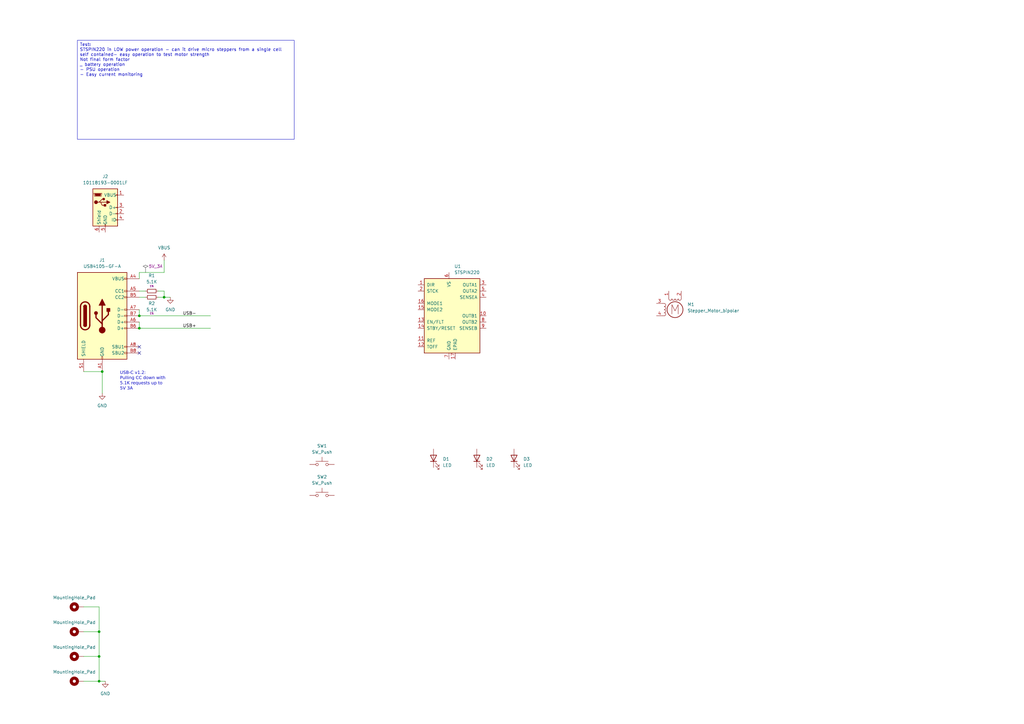
<source format=kicad_sch>
(kicad_sch
	(version 20231120)
	(generator "eeschema")
	(generator_version "8.0")
	(uuid "e7c24600-e1d4-4e1e-8b2a-6e1d00e73a4d")
	(paper "A3")
	(title_block
		(title "TitleSheet")
		(date "2024-11-09")
		(rev "v1.0")
		(comment 1 "A. Collins")
		(comment 2 "A.N. Approver")
		(comment 3 "DRAFT")
		(comment 4 "EN")
	)
	(lib_symbols
		(symbol "AC-kicad-library:10118193-0001LF"
			(exclude_from_sim no)
			(in_bom yes)
			(on_board yes)
			(property "Reference" "J"
				(at -4.826 9.144 0)
				(effects
					(font
						(size 1.27 1.27)
					)
				)
			)
			(property "Value" "10118193-0001LF"
				(at 10.668 9.144 0)
				(effects
					(font
						(size 1.27 1.27)
					)
				)
			)
			(property "Footprint" "AC-kicad-library:MICRO-USB-SMD_10118193-0001LF"
				(at 0 -26.924 0)
				(effects
					(font
						(size 1.27 1.27)
					)
					(hide yes)
				)
			)
			(property "Datasheet" "https://lcsc.com/product-detail/USB-Connectors_Amphenol_10118193-0001LF_10118193-0001LF_C132562.html"
				(at 0 -22.098 0)
				(effects
					(font
						(size 1.27 1.27)
					)
					(hide yes)
				)
			)
			(property "Description" "USB 2.0 1 Horizontal attachment 5P Female -30℃~+80℃ Micro-B SMD USB Connectors ROHS"
				(at 0 -29.21 0)
				(effects
					(font
						(size 1.27 1.27)
					)
					(hide yes)
				)
			)
			(property "Part Link" "https://www.lcsc.com/product-detail/USB-Connectors_Amphenol-ICC-10118193-0001LF_C132562.html"
				(at 0.254 -24.638 0)
				(effects
					(font
						(size 1.27 1.27)
					)
					(hide yes)
				)
			)
			(property "ki_keywords" "connector USB micro"
				(at 0 0 0)
				(effects
					(font
						(size 1.27 1.27)
					)
					(hide yes)
				)
			)
			(property "ki_fp_filters" "USB*"
				(at 0 0 0)
				(effects
					(font
						(size 1.27 1.27)
					)
					(hide yes)
				)
			)
			(symbol "10118193-0001LF_0_1"
				(rectangle
					(start -5.08 -7.62)
					(end 5.08 7.62)
					(stroke
						(width 0.254)
						(type default)
					)
					(fill
						(type background)
					)
				)
				(circle
					(center -3.81 2.159)
					(radius 0.635)
					(stroke
						(width 0.254)
						(type default)
					)
					(fill
						(type outline)
					)
				)
				(circle
					(center -0.635 3.429)
					(radius 0.381)
					(stroke
						(width 0.254)
						(type default)
					)
					(fill
						(type outline)
					)
				)
				(rectangle
					(start -0.127 -7.62)
					(end 0.127 -6.858)
					(stroke
						(width 0)
						(type default)
					)
					(fill
						(type none)
					)
				)
				(polyline
					(pts
						(xy -1.905 2.159) (xy 0.635 2.159)
					)
					(stroke
						(width 0.254)
						(type default)
					)
					(fill
						(type none)
					)
				)
				(polyline
					(pts
						(xy -3.175 2.159) (xy -2.54 2.159) (xy -1.27 3.429) (xy -0.635 3.429)
					)
					(stroke
						(width 0.254)
						(type default)
					)
					(fill
						(type none)
					)
				)
				(polyline
					(pts
						(xy -2.54 2.159) (xy -1.905 2.159) (xy -1.27 0.889) (xy 0 0.889)
					)
					(stroke
						(width 0.254)
						(type default)
					)
					(fill
						(type none)
					)
				)
				(polyline
					(pts
						(xy 0.635 2.794) (xy 0.635 1.524) (xy 1.905 2.159) (xy 0.635 2.794)
					)
					(stroke
						(width 0.254)
						(type default)
					)
					(fill
						(type outline)
					)
				)
				(polyline
					(pts
						(xy -4.318 5.588) (xy -1.778 5.588) (xy -2.032 4.826) (xy -4.064 4.826) (xy -4.318 5.588)
					)
					(stroke
						(width 0)
						(type default)
					)
					(fill
						(type outline)
					)
				)
				(polyline
					(pts
						(xy -4.699 5.842) (xy -4.699 5.588) (xy -4.445 4.826) (xy -4.445 4.572) (xy -1.651 4.572) (xy -1.651 4.826)
						(xy -1.397 5.588) (xy -1.397 5.842) (xy -4.699 5.842)
					)
					(stroke
						(width 0)
						(type default)
					)
					(fill
						(type none)
					)
				)
				(rectangle
					(start 0.254 1.27)
					(end -0.508 0.508)
					(stroke
						(width 0.254)
						(type default)
					)
					(fill
						(type outline)
					)
				)
				(rectangle
					(start 5.08 -5.207)
					(end 4.318 -4.953)
					(stroke
						(width 0)
						(type default)
					)
					(fill
						(type none)
					)
				)
				(rectangle
					(start 5.08 -2.667)
					(end 4.318 -2.413)
					(stroke
						(width 0)
						(type default)
					)
					(fill
						(type none)
					)
				)
				(rectangle
					(start 5.08 -0.127)
					(end 4.318 0.127)
					(stroke
						(width 0)
						(type default)
					)
					(fill
						(type none)
					)
				)
				(rectangle
					(start 5.08 4.953)
					(end 4.318 5.207)
					(stroke
						(width 0)
						(type default)
					)
					(fill
						(type none)
					)
				)
			)
			(symbol "10118193-0001LF_1_1"
				(pin power_out line
					(at 7.62 5.08 180)
					(length 2.54)
					(name "VBUS"
						(effects
							(font
								(size 1.27 1.27)
							)
						)
					)
					(number "1"
						(effects
							(font
								(size 1.27 1.27)
							)
						)
					)
				)
				(pin bidirectional line
					(at 7.62 -2.54 180)
					(length 2.54)
					(name "D-"
						(effects
							(font
								(size 1.27 1.27)
							)
						)
					)
					(number "2"
						(effects
							(font
								(size 1.27 1.27)
							)
						)
					)
				)
				(pin bidirectional line
					(at 7.62 0 180)
					(length 2.54)
					(name "D+"
						(effects
							(font
								(size 1.27 1.27)
							)
						)
					)
					(number "3"
						(effects
							(font
								(size 1.27 1.27)
							)
						)
					)
				)
				(pin passive line
					(at 7.62 -5.08 180)
					(length 2.54)
					(name "ID"
						(effects
							(font
								(size 1.27 1.27)
							)
						)
					)
					(number "4"
						(effects
							(font
								(size 1.27 1.27)
							)
						)
					)
				)
				(pin power_out line
					(at 0 -10.16 90)
					(length 2.54)
					(name "GND"
						(effects
							(font
								(size 1.27 1.27)
							)
						)
					)
					(number "5"
						(effects
							(font
								(size 1.27 1.27)
							)
						)
					)
				)
				(pin passive line
					(at -2.54 -10.16 90)
					(length 2.54)
					(name "Shield"
						(effects
							(font
								(size 1.27 1.27)
							)
						)
					)
					(number "6"
						(effects
							(font
								(size 1.27 1.27)
							)
						)
					)
				)
			)
		)
		(symbol "StepperDriver_symbols:GND"
			(power)
			(pin_numbers hide)
			(pin_names
				(offset 0) hide)
			(exclude_from_sim no)
			(in_bom yes)
			(on_board yes)
			(property "Reference" "#PWR"
				(at 0 -6.35 0)
				(effects
					(font
						(size 1.27 1.27)
					)
					(hide yes)
				)
			)
			(property "Value" "GND"
				(at 0 -3.81 0)
				(effects
					(font
						(size 1.27 1.27)
					)
				)
			)
			(property "Footprint" ""
				(at 0 0 0)
				(effects
					(font
						(size 1.27 1.27)
					)
					(hide yes)
				)
			)
			(property "Datasheet" ""
				(at 0 0 0)
				(effects
					(font
						(size 1.27 1.27)
					)
					(hide yes)
				)
			)
			(property "Description" "Power symbol creates a global label with name \"GND\" , ground"
				(at 0 0 0)
				(effects
					(font
						(size 1.27 1.27)
					)
					(hide yes)
				)
			)
			(property "ki_keywords" "global power"
				(at 0 0 0)
				(effects
					(font
						(size 1.27 1.27)
					)
					(hide yes)
				)
			)
			(symbol "GND_0_1"
				(polyline
					(pts
						(xy 0 0) (xy 0 -1.27) (xy 1.27 -1.27) (xy 0 -2.54) (xy -1.27 -1.27) (xy 0 -1.27)
					)
					(stroke
						(width 0)
						(type default)
					)
					(fill
						(type none)
					)
				)
			)
			(symbol "GND_1_1"
				(pin power_in line
					(at 0 0 270)
					(length 0)
					(name "~"
						(effects
							(font
								(size 1.27 1.27)
							)
						)
					)
					(number "1"
						(effects
							(font
								(size 1.27 1.27)
							)
						)
					)
				)
			)
		)
		(symbol "StepperDriver_symbols:LED"
			(pin_numbers hide)
			(pin_names
				(offset 1.016) hide)
			(exclude_from_sim no)
			(in_bom yes)
			(on_board yes)
			(property "Reference" "D"
				(at 0 2.54 0)
				(effects
					(font
						(size 1.27 1.27)
					)
				)
			)
			(property "Value" "LED"
				(at 0 -2.54 0)
				(effects
					(font
						(size 1.27 1.27)
					)
				)
			)
			(property "Footprint" ""
				(at 0 0 0)
				(effects
					(font
						(size 1.27 1.27)
					)
					(hide yes)
				)
			)
			(property "Datasheet" "~"
				(at 0 0 0)
				(effects
					(font
						(size 1.27 1.27)
					)
					(hide yes)
				)
			)
			(property "Description" "Light emitting diode"
				(at 0 0 0)
				(effects
					(font
						(size 1.27 1.27)
					)
					(hide yes)
				)
			)
			(property "ki_keywords" "LED diode"
				(at 0 0 0)
				(effects
					(font
						(size 1.27 1.27)
					)
					(hide yes)
				)
			)
			(property "ki_fp_filters" "LED* LED_SMD:* LED_THT:*"
				(at 0 0 0)
				(effects
					(font
						(size 1.27 1.27)
					)
					(hide yes)
				)
			)
			(symbol "LED_0_1"
				(polyline
					(pts
						(xy -1.27 -1.27) (xy -1.27 1.27)
					)
					(stroke
						(width 0.254)
						(type default)
					)
					(fill
						(type none)
					)
				)
				(polyline
					(pts
						(xy -1.27 0) (xy 1.27 0)
					)
					(stroke
						(width 0)
						(type default)
					)
					(fill
						(type none)
					)
				)
				(polyline
					(pts
						(xy 1.27 -1.27) (xy 1.27 1.27) (xy -1.27 0) (xy 1.27 -1.27)
					)
					(stroke
						(width 0.254)
						(type default)
					)
					(fill
						(type none)
					)
				)
				(polyline
					(pts
						(xy -3.048 -0.762) (xy -4.572 -2.286) (xy -3.81 -2.286) (xy -4.572 -2.286) (xy -4.572 -1.524)
					)
					(stroke
						(width 0)
						(type default)
					)
					(fill
						(type none)
					)
				)
				(polyline
					(pts
						(xy -1.778 -0.762) (xy -3.302 -2.286) (xy -2.54 -2.286) (xy -3.302 -2.286) (xy -3.302 -1.524)
					)
					(stroke
						(width 0)
						(type default)
					)
					(fill
						(type none)
					)
				)
			)
			(symbol "LED_1_1"
				(pin passive line
					(at -3.81 0 0)
					(length 2.54)
					(name "K"
						(effects
							(font
								(size 1.27 1.27)
							)
						)
					)
					(number "1"
						(effects
							(font
								(size 1.27 1.27)
							)
						)
					)
				)
				(pin passive line
					(at 3.81 0 180)
					(length 2.54)
					(name "A"
						(effects
							(font
								(size 1.27 1.27)
							)
						)
					)
					(number "2"
						(effects
							(font
								(size 1.27 1.27)
							)
						)
					)
				)
			)
		)
		(symbol "StepperDriver_symbols:MountingHole_Pad"
			(pin_numbers hide)
			(pin_names
				(offset 1.016) hide)
			(exclude_from_sim yes)
			(in_bom no)
			(on_board yes)
			(property "Reference" "H"
				(at 0 6.35 0)
				(effects
					(font
						(size 1.27 1.27)
					)
				)
			)
			(property "Value" "MountingHole_Pad"
				(at 0 4.445 0)
				(effects
					(font
						(size 1.27 1.27)
					)
				)
			)
			(property "Footprint" ""
				(at 0 0 0)
				(effects
					(font
						(size 1.27 1.27)
					)
					(hide yes)
				)
			)
			(property "Datasheet" "~"
				(at 0 0 0)
				(effects
					(font
						(size 1.27 1.27)
					)
					(hide yes)
				)
			)
			(property "Description" "Mounting Hole with connection"
				(at 0 0 0)
				(effects
					(font
						(size 1.27 1.27)
					)
					(hide yes)
				)
			)
			(property "ki_keywords" "mounting hole"
				(at 0 0 0)
				(effects
					(font
						(size 1.27 1.27)
					)
					(hide yes)
				)
			)
			(property "ki_fp_filters" "MountingHole*Pad*"
				(at 0 0 0)
				(effects
					(font
						(size 1.27 1.27)
					)
					(hide yes)
				)
			)
			(symbol "MountingHole_Pad_0_1"
				(circle
					(center 0 1.27)
					(radius 1.27)
					(stroke
						(width 1.27)
						(type default)
					)
					(fill
						(type none)
					)
				)
			)
			(symbol "MountingHole_Pad_1_1"
				(pin input line
					(at 0 -2.54 90)
					(length 2.54)
					(name "1"
						(effects
							(font
								(size 1.27 1.27)
							)
						)
					)
					(number "1"
						(effects
							(font
								(size 1.27 1.27)
							)
						)
					)
				)
			)
		)
		(symbol "StepperDriver_symbols:R_Small"
			(pin_numbers hide)
			(pin_names
				(offset 0.254) hide)
			(exclude_from_sim no)
			(in_bom yes)
			(on_board yes)
			(property "Reference" "R"
				(at 0.762 0.508 0)
				(effects
					(font
						(size 1.27 1.27)
					)
					(justify left)
				)
			)
			(property "Value" "R_Small"
				(at 0.762 -1.016 0)
				(effects
					(font
						(size 1.27 1.27)
					)
					(justify left)
				)
			)
			(property "Footprint" ""
				(at 0 0 0)
				(effects
					(font
						(size 1.27 1.27)
					)
					(hide yes)
				)
			)
			(property "Datasheet" "~"
				(at 0 0 0)
				(effects
					(font
						(size 1.27 1.27)
					)
					(hide yes)
				)
			)
			(property "Description" "Resistor, small symbol"
				(at 0 0 0)
				(effects
					(font
						(size 1.27 1.27)
					)
					(hide yes)
				)
			)
			(property "ki_keywords" "R resistor"
				(at 0 0 0)
				(effects
					(font
						(size 1.27 1.27)
					)
					(hide yes)
				)
			)
			(property "ki_fp_filters" "R_*"
				(at 0 0 0)
				(effects
					(font
						(size 1.27 1.27)
					)
					(hide yes)
				)
			)
			(symbol "R_Small_0_1"
				(rectangle
					(start -0.762 1.778)
					(end 0.762 -1.778)
					(stroke
						(width 0.2032)
						(type default)
					)
					(fill
						(type none)
					)
				)
			)
			(symbol "R_Small_1_1"
				(pin passive line
					(at 0 2.54 270)
					(length 0.762)
					(name "~"
						(effects
							(font
								(size 1.27 1.27)
							)
						)
					)
					(number "1"
						(effects
							(font
								(size 1.27 1.27)
							)
						)
					)
				)
				(pin passive line
					(at 0 -2.54 90)
					(length 0.762)
					(name "~"
						(effects
							(font
								(size 1.27 1.27)
							)
						)
					)
					(number "2"
						(effects
							(font
								(size 1.27 1.27)
							)
						)
					)
				)
			)
		)
		(symbol "StepperDriver_symbols:STSPIN220"
			(pin_names
				(offset 1.016)
			)
			(exclude_from_sim no)
			(in_bom yes)
			(on_board yes)
			(property "Reference" "U"
				(at -10.16 16.51 0)
				(effects
					(font
						(size 1.27 1.27)
					)
					(justify left)
				)
			)
			(property "Value" "STSPIN220"
				(at 5.08 16.51 0)
				(effects
					(font
						(size 1.27 1.27)
					)
					(justify left)
				)
			)
			(property "Footprint" "Package_DFN_QFN:VQFN-16-1EP_3x3mm_P0.5mm_EP1.8x1.8mm"
				(at 5.08 19.05 0)
				(effects
					(font
						(size 1.27 1.27)
					)
					(justify left)
					(hide yes)
				)
			)
			(property "Datasheet" "www.st.com/resource/en/datasheet/stspin220.pdf"
				(at 3.81 6.35 0)
				(effects
					(font
						(size 1.27 1.27)
					)
					(hide yes)
				)
			)
			(property "Description" "Low voltage stepper motor driver, 1.8V to 10V input, 1.3Arms output, 0.4Ω Rdson per phase (typical), QFN-16 package"
				(at 0 0 0)
				(effects
					(font
						(size 1.27 1.27)
					)
					(hide yes)
				)
			)
			(property "ki_keywords" "motor driver stepper"
				(at 0 0 0)
				(effects
					(font
						(size 1.27 1.27)
					)
					(hide yes)
				)
			)
			(property "ki_fp_filters" "VQFN*1EP*3x3mm*P0.5mm*"
				(at 0 0 0)
				(effects
					(font
						(size 1.27 1.27)
					)
					(hide yes)
				)
			)
			(symbol "STSPIN220_0_1"
				(rectangle
					(start -10.16 15.24)
					(end 12.7 -15.24)
					(stroke
						(width 0.254)
						(type default)
					)
					(fill
						(type background)
					)
				)
			)
			(symbol "STSPIN220_1_1"
				(pin input line
					(at -12.7 12.7 0)
					(length 2.54)
					(name "DIR"
						(effects
							(font
								(size 1.27 1.27)
							)
						)
					)
					(number "1"
						(effects
							(font
								(size 1.27 1.27)
							)
						)
					)
				)
				(pin power_out line
					(at 15.24 0 180)
					(length 2.54)
					(name "OUTB1"
						(effects
							(font
								(size 1.27 1.27)
							)
						)
					)
					(number "10"
						(effects
							(font
								(size 1.27 1.27)
							)
						)
					)
				)
				(pin input line
					(at -12.7 -10.16 0)
					(length 2.54)
					(name "REF"
						(effects
							(font
								(size 1.27 1.27)
							)
						)
					)
					(number "11"
						(effects
							(font
								(size 1.27 1.27)
							)
						)
					)
				)
				(pin input line
					(at -12.7 -12.7 0)
					(length 2.54)
					(name "TOFF"
						(effects
							(font
								(size 1.27 1.27)
							)
						)
					)
					(number "12"
						(effects
							(font
								(size 1.27 1.27)
							)
						)
					)
				)
				(pin bidirectional line
					(at -12.7 -2.54 0)
					(length 2.54)
					(name "EN/FLT"
						(effects
							(font
								(size 1.27 1.27)
							)
						)
					)
					(number "13"
						(effects
							(font
								(size 1.27 1.27)
							)
						)
					)
				)
				(pin input line
					(at -12.7 -5.08 0)
					(length 2.54)
					(name "STBY/RESET"
						(effects
							(font
								(size 1.27 1.27)
							)
						)
					)
					(number "14"
						(effects
							(font
								(size 1.27 1.27)
							)
						)
					)
				)
				(pin input line
					(at -12.7 2.54 0)
					(length 2.54)
					(name "MODE2"
						(effects
							(font
								(size 1.27 1.27)
							)
						)
					)
					(number "15"
						(effects
							(font
								(size 1.27 1.27)
							)
						)
					)
				)
				(pin input line
					(at -12.7 5.08 0)
					(length 2.54)
					(name "MODE1"
						(effects
							(font
								(size 1.27 1.27)
							)
						)
					)
					(number "16"
						(effects
							(font
								(size 1.27 1.27)
							)
						)
					)
				)
				(pin power_in line
					(at 2.54 -17.78 90)
					(length 2.54)
					(name "EPAD"
						(effects
							(font
								(size 1.27 1.27)
							)
						)
					)
					(number "17"
						(effects
							(font
								(size 1.27 1.27)
							)
						)
					)
				)
				(pin input line
					(at -12.7 10.16 0)
					(length 2.54)
					(name "STCK"
						(effects
							(font
								(size 1.27 1.27)
							)
						)
					)
					(number "2"
						(effects
							(font
								(size 1.27 1.27)
							)
						)
					)
				)
				(pin power_out line
					(at 15.24 12.7 180)
					(length 2.54)
					(name "OUTA1"
						(effects
							(font
								(size 1.27 1.27)
							)
						)
					)
					(number "3"
						(effects
							(font
								(size 1.27 1.27)
							)
						)
					)
				)
				(pin power_out line
					(at 15.24 7.62 180)
					(length 2.54)
					(name "SENSEA"
						(effects
							(font
								(size 1.27 1.27)
							)
						)
					)
					(number "4"
						(effects
							(font
								(size 1.27 1.27)
							)
						)
					)
				)
				(pin power_out line
					(at 15.24 10.16 180)
					(length 2.54)
					(name "OUTA2"
						(effects
							(font
								(size 1.27 1.27)
							)
						)
					)
					(number "5"
						(effects
							(font
								(size 1.27 1.27)
							)
						)
					)
				)
				(pin power_in line
					(at 0 17.78 270)
					(length 2.54)
					(name "VS"
						(effects
							(font
								(size 1.27 1.27)
							)
						)
					)
					(number "6"
						(effects
							(font
								(size 1.27 1.27)
							)
						)
					)
				)
				(pin power_in line
					(at 0 -17.78 90)
					(length 2.54)
					(name "GND"
						(effects
							(font
								(size 1.27 1.27)
							)
						)
					)
					(number "7"
						(effects
							(font
								(size 1.27 1.27)
							)
						)
					)
				)
				(pin power_out line
					(at 15.24 -2.54 180)
					(length 2.54)
					(name "OUTB2"
						(effects
							(font
								(size 1.27 1.27)
							)
						)
					)
					(number "8"
						(effects
							(font
								(size 1.27 1.27)
							)
						)
					)
				)
				(pin power_out line
					(at 15.24 -5.08 180)
					(length 2.54)
					(name "SENSEB"
						(effects
							(font
								(size 1.27 1.27)
							)
						)
					)
					(number "9"
						(effects
							(font
								(size 1.27 1.27)
							)
						)
					)
				)
			)
		)
		(symbol "StepperDriver_symbols:SW_Push"
			(pin_numbers hide)
			(pin_names
				(offset 1.016) hide)
			(exclude_from_sim no)
			(in_bom yes)
			(on_board yes)
			(property "Reference" "SW"
				(at 1.27 2.54 0)
				(effects
					(font
						(size 1.27 1.27)
					)
					(justify left)
				)
			)
			(property "Value" "SW_Push"
				(at 0 -1.524 0)
				(effects
					(font
						(size 1.27 1.27)
					)
				)
			)
			(property "Footprint" ""
				(at 0 5.08 0)
				(effects
					(font
						(size 1.27 1.27)
					)
					(hide yes)
				)
			)
			(property "Datasheet" "~"
				(at 0 5.08 0)
				(effects
					(font
						(size 1.27 1.27)
					)
					(hide yes)
				)
			)
			(property "Description" "Push button switch, generic, two pins"
				(at 0 0 0)
				(effects
					(font
						(size 1.27 1.27)
					)
					(hide yes)
				)
			)
			(property "ki_keywords" "switch normally-open pushbutton push-button"
				(at 0 0 0)
				(effects
					(font
						(size 1.27 1.27)
					)
					(hide yes)
				)
			)
			(symbol "SW_Push_0_1"
				(circle
					(center -2.032 0)
					(radius 0.508)
					(stroke
						(width 0)
						(type default)
					)
					(fill
						(type none)
					)
				)
				(polyline
					(pts
						(xy 0 1.27) (xy 0 3.048)
					)
					(stroke
						(width 0)
						(type default)
					)
					(fill
						(type none)
					)
				)
				(polyline
					(pts
						(xy 2.54 1.27) (xy -2.54 1.27)
					)
					(stroke
						(width 0)
						(type default)
					)
					(fill
						(type none)
					)
				)
				(circle
					(center 2.032 0)
					(radius 0.508)
					(stroke
						(width 0)
						(type default)
					)
					(fill
						(type none)
					)
				)
				(pin passive line
					(at -5.08 0 0)
					(length 2.54)
					(name "1"
						(effects
							(font
								(size 1.27 1.27)
							)
						)
					)
					(number "1"
						(effects
							(font
								(size 1.27 1.27)
							)
						)
					)
				)
				(pin passive line
					(at 5.08 0 180)
					(length 2.54)
					(name "2"
						(effects
							(font
								(size 1.27 1.27)
							)
						)
					)
					(number "2"
						(effects
							(font
								(size 1.27 1.27)
							)
						)
					)
				)
			)
		)
		(symbol "StepperDriver_symbols:Stepper_Motor_bipolar"
			(pin_names
				(offset 0) hide)
			(exclude_from_sim no)
			(in_bom yes)
			(on_board yes)
			(property "Reference" "M"
				(at 3.81 2.54 0)
				(effects
					(font
						(size 1.27 1.27)
					)
					(justify left)
				)
			)
			(property "Value" "Stepper_Motor_bipolar"
				(at 3.81 1.27 0)
				(effects
					(font
						(size 1.27 1.27)
					)
					(justify left top)
				)
			)
			(property "Footprint" ""
				(at 0.254 -0.254 0)
				(effects
					(font
						(size 1.27 1.27)
					)
					(hide yes)
				)
			)
			(property "Datasheet" "http://www.infineon.com/dgdl/Application-Note-TLE8110EE_driving_UniPolarStepperMotor_V1.1.pdf?fileId=db3a30431be39b97011be5d0aa0a00b0"
				(at 0.254 -0.254 0)
				(effects
					(font
						(size 1.27 1.27)
					)
					(hide yes)
				)
			)
			(property "Description" "4-wire bipolar stepper motor"
				(at 0 0 0)
				(effects
					(font
						(size 1.27 1.27)
					)
					(hide yes)
				)
			)
			(property "ki_keywords" "bipolar stepper motor"
				(at 0 0 0)
				(effects
					(font
						(size 1.27 1.27)
					)
					(hide yes)
				)
			)
			(property "ki_fp_filters" "PinHeader*P2.54mm*Vertical* TerminalBlock* Motor*"
				(at 0 0 0)
				(effects
					(font
						(size 1.27 1.27)
					)
					(hide yes)
				)
			)
			(symbol "Stepper_Motor_bipolar_0_0"
				(polyline
					(pts
						(xy -1.27 -1.778) (xy -1.27 2.032) (xy 0 -0.508) (xy 1.27 2.032) (xy 1.27 -1.778)
					)
					(stroke
						(width 0)
						(type default)
					)
					(fill
						(type none)
					)
				)
			)
			(symbol "Stepper_Motor_bipolar_0_1"
				(arc
					(start -4.445 -2.54)
					(mid -3.8127 -1.905)
					(end -4.445 -1.27)
					(stroke
						(width 0)
						(type default)
					)
					(fill
						(type none)
					)
				)
				(arc
					(start -4.445 -1.27)
					(mid -3.8127 -0.635)
					(end -4.445 0)
					(stroke
						(width 0)
						(type default)
					)
					(fill
						(type none)
					)
				)
				(arc
					(start -4.445 0)
					(mid -3.8127 0.635)
					(end -4.445 1.27)
					(stroke
						(width 0)
						(type default)
					)
					(fill
						(type none)
					)
				)
				(arc
					(start -4.445 1.27)
					(mid -3.8127 1.905)
					(end -4.445 2.54)
					(stroke
						(width 0)
						(type default)
					)
					(fill
						(type none)
					)
				)
				(arc
					(start -2.54 4.445)
					(mid -1.905 3.8127)
					(end -1.27 4.445)
					(stroke
						(width 0)
						(type default)
					)
					(fill
						(type none)
					)
				)
				(arc
					(start -1.27 4.445)
					(mid -0.635 3.8127)
					(end 0 4.445)
					(stroke
						(width 0)
						(type default)
					)
					(fill
						(type none)
					)
				)
				(polyline
					(pts
						(xy -5.08 -2.54) (xy -4.445 -2.54)
					)
					(stroke
						(width 0)
						(type default)
					)
					(fill
						(type none)
					)
				)
				(polyline
					(pts
						(xy -5.08 2.54) (xy -4.445 2.54)
					)
					(stroke
						(width 0)
						(type default)
					)
					(fill
						(type none)
					)
				)
				(polyline
					(pts
						(xy -2.54 5.08) (xy -2.54 4.445)
					)
					(stroke
						(width 0)
						(type default)
					)
					(fill
						(type none)
					)
				)
				(polyline
					(pts
						(xy 2.54 5.08) (xy 2.54 4.445)
					)
					(stroke
						(width 0)
						(type default)
					)
					(fill
						(type none)
					)
				)
				(circle
					(center 0 0)
					(radius 3.2512)
					(stroke
						(width 0.254)
						(type default)
					)
					(fill
						(type none)
					)
				)
				(arc
					(start 0 4.445)
					(mid 0.635 3.8127)
					(end 1.27 4.445)
					(stroke
						(width 0)
						(type default)
					)
					(fill
						(type none)
					)
				)
				(arc
					(start 1.27 4.445)
					(mid 1.905 3.8127)
					(end 2.54 4.445)
					(stroke
						(width 0)
						(type default)
					)
					(fill
						(type none)
					)
				)
			)
			(symbol "Stepper_Motor_bipolar_1_1"
				(pin passive line
					(at -2.54 7.62 270)
					(length 2.54)
					(name "~"
						(effects
							(font
								(size 1.27 1.27)
							)
						)
					)
					(number "1"
						(effects
							(font
								(size 1.27 1.27)
							)
						)
					)
				)
				(pin passive line
					(at 2.54 7.62 270)
					(length 2.54)
					(name "-"
						(effects
							(font
								(size 1.27 1.27)
							)
						)
					)
					(number "2"
						(effects
							(font
								(size 1.27 1.27)
							)
						)
					)
				)
				(pin passive line
					(at -7.62 2.54 0)
					(length 2.54)
					(name "~"
						(effects
							(font
								(size 1.27 1.27)
							)
						)
					)
					(number "3"
						(effects
							(font
								(size 1.27 1.27)
							)
						)
					)
				)
				(pin passive line
					(at -7.62 -2.54 0)
					(length 2.54)
					(name "~"
						(effects
							(font
								(size 1.27 1.27)
							)
						)
					)
					(number "4"
						(effects
							(font
								(size 1.27 1.27)
							)
						)
					)
				)
			)
		)
		(symbol "StepperDriver_symbols:USB_C_Receptacle_USB2.0_16P"
			(pin_names
				(offset 1.016)
			)
			(exclude_from_sim no)
			(in_bom yes)
			(on_board yes)
			(property "Reference" "J"
				(at 0 22.225 0)
				(effects
					(font
						(size 1.27 1.27)
					)
				)
			)
			(property "Value" "USB_C_Receptacle_USB2.0_16P"
				(at 0 19.685 0)
				(effects
					(font
						(size 1.27 1.27)
					)
				)
			)
			(property "Footprint" ""
				(at 3.81 0 0)
				(effects
					(font
						(size 1.27 1.27)
					)
					(hide yes)
				)
			)
			(property "Datasheet" "https://www.usb.org/sites/default/files/documents/usb_type-c.zip"
				(at 3.81 0 0)
				(effects
					(font
						(size 1.27 1.27)
					)
					(hide yes)
				)
			)
			(property "Description" "USB 2.0-only 16P Type-C Receptacle connector"
				(at 0 0 0)
				(effects
					(font
						(size 1.27 1.27)
					)
					(hide yes)
				)
			)
			(property "ki_keywords" "usb universal serial bus type-C USB2.0"
				(at 0 0 0)
				(effects
					(font
						(size 1.27 1.27)
					)
					(hide yes)
				)
			)
			(property "ki_fp_filters" "USB*C*Receptacle*"
				(at 0 0 0)
				(effects
					(font
						(size 1.27 1.27)
					)
					(hide yes)
				)
			)
			(symbol "USB_C_Receptacle_USB2.0_16P_0_0"
				(rectangle
					(start -0.254 -17.78)
					(end 0.254 -16.764)
					(stroke
						(width 0)
						(type default)
					)
					(fill
						(type none)
					)
				)
				(rectangle
					(start 10.16 -14.986)
					(end 9.144 -15.494)
					(stroke
						(width 0)
						(type default)
					)
					(fill
						(type none)
					)
				)
				(rectangle
					(start 10.16 -12.446)
					(end 9.144 -12.954)
					(stroke
						(width 0)
						(type default)
					)
					(fill
						(type none)
					)
				)
				(rectangle
					(start 10.16 -4.826)
					(end 9.144 -5.334)
					(stroke
						(width 0)
						(type default)
					)
					(fill
						(type none)
					)
				)
				(rectangle
					(start 10.16 -2.286)
					(end 9.144 -2.794)
					(stroke
						(width 0)
						(type default)
					)
					(fill
						(type none)
					)
				)
				(rectangle
					(start 10.16 0.254)
					(end 9.144 -0.254)
					(stroke
						(width 0)
						(type default)
					)
					(fill
						(type none)
					)
				)
				(rectangle
					(start 10.16 2.794)
					(end 9.144 2.286)
					(stroke
						(width 0)
						(type default)
					)
					(fill
						(type none)
					)
				)
				(rectangle
					(start 10.16 7.874)
					(end 9.144 7.366)
					(stroke
						(width 0)
						(type default)
					)
					(fill
						(type none)
					)
				)
				(rectangle
					(start 10.16 10.414)
					(end 9.144 9.906)
					(stroke
						(width 0)
						(type default)
					)
					(fill
						(type none)
					)
				)
				(rectangle
					(start 10.16 15.494)
					(end 9.144 14.986)
					(stroke
						(width 0)
						(type default)
					)
					(fill
						(type none)
					)
				)
			)
			(symbol "USB_C_Receptacle_USB2.0_16P_0_1"
				(rectangle
					(start -10.16 17.78)
					(end 10.16 -17.78)
					(stroke
						(width 0.254)
						(type default)
					)
					(fill
						(type background)
					)
				)
				(arc
					(start -8.89 -3.81)
					(mid -6.985 -5.7067)
					(end -5.08 -3.81)
					(stroke
						(width 0.508)
						(type default)
					)
					(fill
						(type none)
					)
				)
				(arc
					(start -7.62 -3.81)
					(mid -6.985 -4.4423)
					(end -6.35 -3.81)
					(stroke
						(width 0.254)
						(type default)
					)
					(fill
						(type none)
					)
				)
				(arc
					(start -7.62 -3.81)
					(mid -6.985 -4.4423)
					(end -6.35 -3.81)
					(stroke
						(width 0.254)
						(type default)
					)
					(fill
						(type outline)
					)
				)
				(rectangle
					(start -7.62 -3.81)
					(end -6.35 3.81)
					(stroke
						(width 0.254)
						(type default)
					)
					(fill
						(type outline)
					)
				)
				(arc
					(start -6.35 3.81)
					(mid -6.985 4.4423)
					(end -7.62 3.81)
					(stroke
						(width 0.254)
						(type default)
					)
					(fill
						(type none)
					)
				)
				(arc
					(start -6.35 3.81)
					(mid -6.985 4.4423)
					(end -7.62 3.81)
					(stroke
						(width 0.254)
						(type default)
					)
					(fill
						(type outline)
					)
				)
				(arc
					(start -5.08 3.81)
					(mid -6.985 5.7067)
					(end -8.89 3.81)
					(stroke
						(width 0.508)
						(type default)
					)
					(fill
						(type none)
					)
				)
				(circle
					(center -2.54 1.143)
					(radius 0.635)
					(stroke
						(width 0.254)
						(type default)
					)
					(fill
						(type outline)
					)
				)
				(circle
					(center 0 -5.842)
					(radius 1.27)
					(stroke
						(width 0)
						(type default)
					)
					(fill
						(type outline)
					)
				)
				(polyline
					(pts
						(xy -8.89 -3.81) (xy -8.89 3.81)
					)
					(stroke
						(width 0.508)
						(type default)
					)
					(fill
						(type none)
					)
				)
				(polyline
					(pts
						(xy -5.08 3.81) (xy -5.08 -3.81)
					)
					(stroke
						(width 0.508)
						(type default)
					)
					(fill
						(type none)
					)
				)
				(polyline
					(pts
						(xy 0 -5.842) (xy 0 4.318)
					)
					(stroke
						(width 0.508)
						(type default)
					)
					(fill
						(type none)
					)
				)
				(polyline
					(pts
						(xy 0 -3.302) (xy -2.54 -0.762) (xy -2.54 0.508)
					)
					(stroke
						(width 0.508)
						(type default)
					)
					(fill
						(type none)
					)
				)
				(polyline
					(pts
						(xy 0 -2.032) (xy 2.54 0.508) (xy 2.54 1.778)
					)
					(stroke
						(width 0.508)
						(type default)
					)
					(fill
						(type none)
					)
				)
				(polyline
					(pts
						(xy -1.27 4.318) (xy 0 6.858) (xy 1.27 4.318) (xy -1.27 4.318)
					)
					(stroke
						(width 0.254)
						(type default)
					)
					(fill
						(type outline)
					)
				)
				(rectangle
					(start 1.905 1.778)
					(end 3.175 3.048)
					(stroke
						(width 0.254)
						(type default)
					)
					(fill
						(type outline)
					)
				)
			)
			(symbol "USB_C_Receptacle_USB2.0_16P_1_1"
				(pin passive line
					(at 0 -22.86 90)
					(length 5.08)
					(name "GND"
						(effects
							(font
								(size 1.27 1.27)
							)
						)
					)
					(number "A1"
						(effects
							(font
								(size 1.27 1.27)
							)
						)
					)
				)
				(pin passive line
					(at 0 -22.86 90)
					(length 5.08) hide
					(name "GND"
						(effects
							(font
								(size 1.27 1.27)
							)
						)
					)
					(number "A12"
						(effects
							(font
								(size 1.27 1.27)
							)
						)
					)
				)
				(pin passive line
					(at 15.24 15.24 180)
					(length 5.08)
					(name "VBUS"
						(effects
							(font
								(size 1.27 1.27)
							)
						)
					)
					(number "A4"
						(effects
							(font
								(size 1.27 1.27)
							)
						)
					)
				)
				(pin bidirectional line
					(at 15.24 10.16 180)
					(length 5.08)
					(name "CC1"
						(effects
							(font
								(size 1.27 1.27)
							)
						)
					)
					(number "A5"
						(effects
							(font
								(size 1.27 1.27)
							)
						)
					)
				)
				(pin bidirectional line
					(at 15.24 -2.54 180)
					(length 5.08)
					(name "D+"
						(effects
							(font
								(size 1.27 1.27)
							)
						)
					)
					(number "A6"
						(effects
							(font
								(size 1.27 1.27)
							)
						)
					)
				)
				(pin bidirectional line
					(at 15.24 2.54 180)
					(length 5.08)
					(name "D-"
						(effects
							(font
								(size 1.27 1.27)
							)
						)
					)
					(number "A7"
						(effects
							(font
								(size 1.27 1.27)
							)
						)
					)
				)
				(pin bidirectional line
					(at 15.24 -12.7 180)
					(length 5.08)
					(name "SBU1"
						(effects
							(font
								(size 1.27 1.27)
							)
						)
					)
					(number "A8"
						(effects
							(font
								(size 1.27 1.27)
							)
						)
					)
				)
				(pin passive line
					(at 15.24 15.24 180)
					(length 5.08) hide
					(name "VBUS"
						(effects
							(font
								(size 1.27 1.27)
							)
						)
					)
					(number "A9"
						(effects
							(font
								(size 1.27 1.27)
							)
						)
					)
				)
				(pin passive line
					(at 0 -22.86 90)
					(length 5.08) hide
					(name "GND"
						(effects
							(font
								(size 1.27 1.27)
							)
						)
					)
					(number "B1"
						(effects
							(font
								(size 1.27 1.27)
							)
						)
					)
				)
				(pin passive line
					(at 0 -22.86 90)
					(length 5.08) hide
					(name "GND"
						(effects
							(font
								(size 1.27 1.27)
							)
						)
					)
					(number "B12"
						(effects
							(font
								(size 1.27 1.27)
							)
						)
					)
				)
				(pin passive line
					(at 15.24 15.24 180)
					(length 5.08) hide
					(name "VBUS"
						(effects
							(font
								(size 1.27 1.27)
							)
						)
					)
					(number "B4"
						(effects
							(font
								(size 1.27 1.27)
							)
						)
					)
				)
				(pin bidirectional line
					(at 15.24 7.62 180)
					(length 5.08)
					(name "CC2"
						(effects
							(font
								(size 1.27 1.27)
							)
						)
					)
					(number "B5"
						(effects
							(font
								(size 1.27 1.27)
							)
						)
					)
				)
				(pin bidirectional line
					(at 15.24 -5.08 180)
					(length 5.08)
					(name "D+"
						(effects
							(font
								(size 1.27 1.27)
							)
						)
					)
					(number "B6"
						(effects
							(font
								(size 1.27 1.27)
							)
						)
					)
				)
				(pin bidirectional line
					(at 15.24 0 180)
					(length 5.08)
					(name "D-"
						(effects
							(font
								(size 1.27 1.27)
							)
						)
					)
					(number "B7"
						(effects
							(font
								(size 1.27 1.27)
							)
						)
					)
				)
				(pin bidirectional line
					(at 15.24 -15.24 180)
					(length 5.08)
					(name "SBU2"
						(effects
							(font
								(size 1.27 1.27)
							)
						)
					)
					(number "B8"
						(effects
							(font
								(size 1.27 1.27)
							)
						)
					)
				)
				(pin passive line
					(at 15.24 15.24 180)
					(length 5.08) hide
					(name "VBUS"
						(effects
							(font
								(size 1.27 1.27)
							)
						)
					)
					(number "B9"
						(effects
							(font
								(size 1.27 1.27)
							)
						)
					)
				)
				(pin passive line
					(at -7.62 -22.86 90)
					(length 5.08)
					(name "SHIELD"
						(effects
							(font
								(size 1.27 1.27)
							)
						)
					)
					(number "S1"
						(effects
							(font
								(size 1.27 1.27)
							)
						)
					)
				)
			)
		)
		(symbol "StepperDriver_symbols:VBUS"
			(power)
			(pin_numbers hide)
			(pin_names
				(offset 0) hide)
			(exclude_from_sim no)
			(in_bom yes)
			(on_board yes)
			(property "Reference" "#PWR"
				(at 0 -3.81 0)
				(effects
					(font
						(size 1.27 1.27)
					)
					(hide yes)
				)
			)
			(property "Value" "VBUS"
				(at 0 3.556 0)
				(effects
					(font
						(size 1.27 1.27)
					)
				)
			)
			(property "Footprint" ""
				(at 0 0 0)
				(effects
					(font
						(size 1.27 1.27)
					)
					(hide yes)
				)
			)
			(property "Datasheet" ""
				(at 0 0 0)
				(effects
					(font
						(size 1.27 1.27)
					)
					(hide yes)
				)
			)
			(property "Description" "Power symbol creates a global label with name \"VBUS\""
				(at 0 0 0)
				(effects
					(font
						(size 1.27 1.27)
					)
					(hide yes)
				)
			)
			(property "ki_keywords" "global power"
				(at 0 0 0)
				(effects
					(font
						(size 1.27 1.27)
					)
					(hide yes)
				)
			)
			(symbol "VBUS_0_1"
				(polyline
					(pts
						(xy -0.762 1.27) (xy 0 2.54)
					)
					(stroke
						(width 0)
						(type default)
					)
					(fill
						(type none)
					)
				)
				(polyline
					(pts
						(xy 0 0) (xy 0 2.54)
					)
					(stroke
						(width 0)
						(type default)
					)
					(fill
						(type none)
					)
				)
				(polyline
					(pts
						(xy 0 2.54) (xy 0.762 1.27)
					)
					(stroke
						(width 0)
						(type default)
					)
					(fill
						(type none)
					)
				)
			)
			(symbol "VBUS_1_1"
				(pin power_in line
					(at 0 0 90)
					(length 0)
					(name "~"
						(effects
							(font
								(size 1.27 1.27)
							)
						)
					)
					(number "1"
						(effects
							(font
								(size 1.27 1.27)
							)
						)
					)
				)
			)
		)
	)
	(junction
		(at 67.31 121.92)
		(diameter 0)
		(color 0 0 0 0)
		(uuid "0b3b869a-a178-48cc-8230-8ca1d7777a58")
	)
	(junction
		(at 40.64 279.4)
		(diameter 0)
		(color 0 0 0 0)
		(uuid "377f9a32-52a9-4d95-974e-7f728e22f4ee")
	)
	(junction
		(at 40.64 259.08)
		(diameter 0)
		(color 0 0 0 0)
		(uuid "691694ed-e6bd-4620-974b-bf66cb12fcd6")
	)
	(junction
		(at 41.91 152.4)
		(diameter 0)
		(color 0 0 0 0)
		(uuid "8749854b-16fc-449f-bb45-bdb02574a1a0")
	)
	(junction
		(at 57.15 134.62)
		(diameter 0)
		(color 0 0 0 0)
		(uuid "bf299cf5-dc70-42be-859c-0d8da0907ccd")
	)
	(junction
		(at 57.15 129.54)
		(diameter 0)
		(color 0 0 0 0)
		(uuid "e6b4acb9-51e4-4aa6-b340-551b7c9e4a32")
	)
	(junction
		(at 40.64 269.24)
		(diameter 0)
		(color 0 0 0 0)
		(uuid "ee8ad84b-82b1-4e31-9340-080e340e24e8")
	)
	(no_connect
		(at 57.15 144.78)
		(uuid "163ff6c1-e1b4-463f-9a27-b3c41fd72f83")
	)
	(no_connect
		(at 57.15 142.24)
		(uuid "cbb41fb8-fe90-4b74-992e-a7f61745ca27")
	)
	(wire
		(pts
			(xy 40.64 269.24) (xy 34.29 269.24)
		)
		(stroke
			(width 0)
			(type default)
		)
		(uuid "07eb10b3-909a-43a8-a973-37abb2036f6e")
	)
	(wire
		(pts
			(xy 57.15 132.08) (xy 57.15 134.62)
		)
		(stroke
			(width 0)
			(type default)
		)
		(uuid "145e6c20-2f9a-4cae-a82e-aa430d5f063e")
	)
	(wire
		(pts
			(xy 34.29 279.4) (xy 40.64 279.4)
		)
		(stroke
			(width 0)
			(type default)
		)
		(uuid "3666ca4e-900b-4278-90c5-3f2ddcf0b6f6")
	)
	(wire
		(pts
			(xy 40.64 259.08) (xy 34.29 259.08)
		)
		(stroke
			(width 0)
			(type default)
		)
		(uuid "3d1d86b1-382d-4084-bd89-6aba0bf6c233")
	)
	(wire
		(pts
			(xy 40.64 248.92) (xy 34.29 248.92)
		)
		(stroke
			(width 0)
			(type default)
		)
		(uuid "43396cab-f3e3-4e54-8124-e99024961156")
	)
	(wire
		(pts
			(xy 64.77 121.92) (xy 67.31 121.92)
		)
		(stroke
			(width 0)
			(type default)
		)
		(uuid "4eeeb117-3009-49ca-a163-31379292e7e2")
	)
	(wire
		(pts
			(xy 41.91 152.4) (xy 41.91 161.29)
		)
		(stroke
			(width 0)
			(type default)
		)
		(uuid "57550f73-e5d4-4716-871a-ba84cf352e0c")
	)
	(wire
		(pts
			(xy 40.64 269.24) (xy 40.64 279.4)
		)
		(stroke
			(width 0)
			(type default)
		)
		(uuid "599256e2-0621-46c2-9bc5-723ef72ed41f")
	)
	(wire
		(pts
			(xy 57.15 134.62) (xy 86.36 134.62)
		)
		(stroke
			(width 0)
			(type default)
		)
		(uuid "6fbbdeb7-88d3-4be7-ab53-0372cb09ff43")
	)
	(wire
		(pts
			(xy 57.15 111.76) (xy 57.15 114.3)
		)
		(stroke
			(width 0)
			(type default)
		)
		(uuid "7888059e-487f-4f9f-bac4-d34a86782594")
	)
	(wire
		(pts
			(xy 34.29 152.4) (xy 41.91 152.4)
		)
		(stroke
			(width 0)
			(type default)
		)
		(uuid "78e13b4d-0d4c-4e76-bdba-4577d0097cb6")
	)
	(wire
		(pts
			(xy 64.77 119.38) (xy 67.31 119.38)
		)
		(stroke
			(width 0)
			(type default)
		)
		(uuid "9bafcfb2-aa98-439d-a108-3c358b82504d")
	)
	(wire
		(pts
			(xy 67.31 119.38) (xy 67.31 121.92)
		)
		(stroke
			(width 0)
			(type default)
		)
		(uuid "a0fa7c2f-e72c-4f20-bbf6-875ceb1fee87")
	)
	(wire
		(pts
			(xy 67.31 111.76) (xy 67.31 106.68)
		)
		(stroke
			(width 0)
			(type default)
		)
		(uuid "a3a281a4-1975-4920-a97f-f536b0c9e8c9")
	)
	(wire
		(pts
			(xy 67.31 111.76) (xy 57.15 111.76)
		)
		(stroke
			(width 0)
			(type default)
		)
		(uuid "c13058a2-5a7d-418b-93df-fc90349dfb03")
	)
	(wire
		(pts
			(xy 40.64 259.08) (xy 40.64 269.24)
		)
		(stroke
			(width 0)
			(type default)
		)
		(uuid "d1d33e56-db2d-4b1c-8974-727754f1247a")
	)
	(wire
		(pts
			(xy 40.64 279.4) (xy 43.18 279.4)
		)
		(stroke
			(width 0)
			(type default)
		)
		(uuid "d5bd2279-2649-40cf-9368-5b4d44fbe10f")
	)
	(wire
		(pts
			(xy 67.31 121.92) (xy 69.85 121.92)
		)
		(stroke
			(width 0)
			(type default)
		)
		(uuid "e6f9d0e6-e173-48f8-becf-c37c460c417d")
	)
	(wire
		(pts
			(xy 57.15 129.54) (xy 86.36 129.54)
		)
		(stroke
			(width 0)
			(type default)
		)
		(uuid "e7062b45-7d4e-45fe-b9f3-ef9e2ff11081")
	)
	(wire
		(pts
			(xy 57.15 119.38) (xy 59.69 119.38)
		)
		(stroke
			(width 0)
			(type default)
		)
		(uuid "ec54551c-9c8a-47c4-8443-d00ba0c73a31")
	)
	(wire
		(pts
			(xy 40.64 248.92) (xy 40.64 259.08)
		)
		(stroke
			(width 0)
			(type default)
		)
		(uuid "f40df5e1-ea66-46b7-a389-799137434478")
	)
	(wire
		(pts
			(xy 57.15 127) (xy 57.15 129.54)
		)
		(stroke
			(width 0)
			(type default)
		)
		(uuid "f5027b71-9be7-47f7-9b36-7a1870195454")
	)
	(wire
		(pts
			(xy 57.15 121.92) (xy 59.69 121.92)
		)
		(stroke
			(width 0)
			(type default)
		)
		(uuid "fb8b0af6-32ff-4972-8e8d-5526f8907426")
	)
	(text_box "Test:\nSTSPIN220 in LOW power operation - can it drive micro steppers from a single cell\nself contained- easy operation to test motor strength\nNot final form factor\n_ battery operation\n- PSU operation\n- Easy current monitoring\n"
		(exclude_from_sim no)
		(at 31.75 16.51 0)
		(size 88.9 40.64)
		(stroke
			(width 0)
			(type default)
		)
		(fill
			(type none)
		)
		(effects
			(font
				(size 1.27 1.27)
			)
			(justify left top)
		)
		(uuid "49b93ce7-bd93-4690-9f68-bf6f2f5dce67")
	)
	(text_box "USB-C v1.2:\nPulling CC down with 5.1K requests up to 5V 3A"
		(exclude_from_sim no)
		(at 48.26 151.13 0)
		(size 21.59 11.43)
		(stroke
			(width -0.0001)
			(type default)
		)
		(fill
			(type none)
		)
		(effects
			(font
				(face "Calibri")
				(size 1.27 1.27)
			)
			(justify left top)
		)
		(uuid "5f4da641-c4de-48d8-b166-447853399fdf")
	)
	(label "USB-"
		(at 74.93 129.54 0)
		(fields_autoplaced yes)
		(effects
			(font
				(size 1.27 1.27)
			)
			(justify left bottom)
		)
		(uuid "7f27467b-1951-49a9-a6e3-42a88e2141d1")
	)
	(label "USB+"
		(at 74.93 134.62 0)
		(fields_autoplaced yes)
		(effects
			(font
				(size 1.27 1.27)
			)
			(justify left bottom)
		)
		(uuid "88b967c0-2e53-4bd5-a75a-d3e15ba00e26")
	)
	(netclass_flag ""
		(length 2.54)
		(shape diamond)
		(at 59.69 111.76 0)
		(fields_autoplaced yes)
		(effects
			(font
				(size 1.27 1.27)
			)
			(justify left bottom)
		)
		(uuid "93df78a5-db73-4549-a4c7-d858fa0004d4")
		(property "Netclass" "5V_3A"
			(at 60.8965 109.22 0)
			(effects
				(font
					(size 1.27 1.27)
					(italic yes)
				)
				(justify left)
			)
		)
	)
	(symbol
		(lib_id "StepperDriver_symbols:MountingHole_Pad")
		(at 31.75 248.92 90)
		(unit 1)
		(exclude_from_sim yes)
		(in_bom no)
		(on_board yes)
		(dnp no)
		(fields_autoplaced yes)
		(uuid "1036872c-1539-4319-b1d1-33c9a541e8b7")
		(property "Reference" "H1"
			(at 30.48 242.57 90)
			(effects
				(font
					(size 1.27 1.27)
				)
				(hide yes)
			)
		)
		(property "Value" "MountingHole_Pad"
			(at 30.48 245.11 90)
			(effects
				(font
					(size 1.27 1.27)
				)
			)
		)
		(property "Footprint" "MountingHole:MountingHole_3.2mm_M3_Pad_Via"
			(at 31.75 248.92 0)
			(effects
				(font
					(size 1.27 1.27)
				)
				(hide yes)
			)
		)
		(property "Datasheet" "~"
			(at 31.75 248.92 0)
			(effects
				(font
					(size 1.27 1.27)
				)
				(hide yes)
			)
		)
		(property "Description" "Mounting Hole with connection"
			(at 31.75 248.92 0)
			(effects
				(font
					(size 1.27 1.27)
				)
				(hide yes)
			)
		)
		(property "DC Voltage Rating" ""
			(at 31.75 248.92 0)
			(effects
				(font
					(size 1.27 1.27)
				)
				(hide yes)
			)
		)
		(property "MPN" ""
			(at 31.75 248.92 0)
			(effects
				(font
					(size 1.27 1.27)
				)
				(hide yes)
			)
		)
		(property "Notes" ""
			(at 31.75 248.92 0)
			(effects
				(font
					(size 1.27 1.27)
				)
				(hide yes)
			)
		)
		(property "Tolerance" ""
			(at 31.75 248.92 0)
			(effects
				(font
					(size 1.27 1.27)
				)
				(hide yes)
			)
		)
		(property "Part Link" ""
			(at 31.75 248.92 0)
			(effects
				(font
					(size 1.27 1.27)
				)
				(hide yes)
			)
		)
		(pin "1"
			(uuid "70ca0b22-3384-4804-ad01-e0b6253933fc")
		)
		(instances
			(project ""
				(path "/e7c24600-e1d4-4e1e-8b2a-6e1d00e73a4d"
					(reference "H1")
					(unit 1)
				)
			)
		)
	)
	(symbol
		(lib_id "StepperDriver_symbols:LED")
		(at 195.58 187.96 90)
		(unit 1)
		(exclude_from_sim no)
		(in_bom yes)
		(on_board yes)
		(dnp no)
		(fields_autoplaced yes)
		(uuid "238429b3-7c36-4fdd-bd28-64b33aa57d66")
		(property "Reference" "D2"
			(at 199.39 188.2774 90)
			(effects
				(font
					(size 1.27 1.27)
				)
				(justify right)
			)
		)
		(property "Value" "LED"
			(at 199.39 190.8174 90)
			(effects
				(font
					(size 1.27 1.27)
				)
				(justify right)
			)
		)
		(property "Footprint" "LED_SMD:LED_0603_1608Metric_Pad1.05x0.95mm_HandSolder"
			(at 195.58 187.96 0)
			(effects
				(font
					(size 1.27 1.27)
				)
				(hide yes)
			)
		)
		(property "Datasheet" "~"
			(at 195.58 187.96 0)
			(effects
				(font
					(size 1.27 1.27)
				)
				(hide yes)
			)
		)
		(property "Description" "Light emitting diode"
			(at 195.58 187.96 0)
			(effects
				(font
					(size 1.27 1.27)
				)
				(hide yes)
			)
		)
		(property "Part Link" ""
			(at 195.58 187.96 0)
			(effects
				(font
					(size 1.27 1.27)
				)
				(hide yes)
			)
		)
		(pin "1"
			(uuid "6f6797c2-9e77-43ab-85d3-07744140370f")
		)
		(pin "2"
			(uuid "25df46cd-b27e-423b-9379-ead515acc9b8")
		)
		(instances
			(project "StepperDriver"
				(path "/e7c24600-e1d4-4e1e-8b2a-6e1d00e73a4d"
					(reference "D2")
					(unit 1)
				)
			)
		)
	)
	(symbol
		(lib_id "StepperDriver_symbols:MountingHole_Pad")
		(at 31.75 279.4 90)
		(unit 1)
		(exclude_from_sim yes)
		(in_bom no)
		(on_board yes)
		(dnp no)
		(fields_autoplaced yes)
		(uuid "3b0c1afb-913d-45a0-b70b-2646f5479fc9")
		(property "Reference" "H4"
			(at 30.48 273.05 90)
			(effects
				(font
					(size 1.27 1.27)
				)
				(hide yes)
			)
		)
		(property "Value" "MountingHole_Pad"
			(at 30.48 275.59 90)
			(effects
				(font
					(size 1.27 1.27)
				)
			)
		)
		(property "Footprint" "MountingHole:MountingHole_3.2mm_M3_Pad_Via"
			(at 31.75 279.4 0)
			(effects
				(font
					(size 1.27 1.27)
				)
				(hide yes)
			)
		)
		(property "Datasheet" "~"
			(at 31.75 279.4 0)
			(effects
				(font
					(size 1.27 1.27)
				)
				(hide yes)
			)
		)
		(property "Description" "Mounting Hole with connection"
			(at 31.75 279.4 0)
			(effects
				(font
					(size 1.27 1.27)
				)
				(hide yes)
			)
		)
		(property "DC Voltage Rating" ""
			(at 31.75 279.4 0)
			(effects
				(font
					(size 1.27 1.27)
				)
				(hide yes)
			)
		)
		(property "MPN" ""
			(at 31.75 279.4 0)
			(effects
				(font
					(size 1.27 1.27)
				)
				(hide yes)
			)
		)
		(property "Notes" ""
			(at 31.75 279.4 0)
			(effects
				(font
					(size 1.27 1.27)
				)
				(hide yes)
			)
		)
		(property "Tolerance" ""
			(at 31.75 279.4 0)
			(effects
				(font
					(size 1.27 1.27)
				)
				(hide yes)
			)
		)
		(property "Part Link" ""
			(at 31.75 279.4 0)
			(effects
				(font
					(size 1.27 1.27)
				)
				(hide yes)
			)
		)
		(pin "1"
			(uuid "6ce219a4-9bfe-4ddb-b23c-318822f3d269")
		)
		(instances
			(project "JLCPCB_2layer_0-8mm_template"
				(path "/e7c24600-e1d4-4e1e-8b2a-6e1d00e73a4d"
					(reference "H4")
					(unit 1)
				)
			)
		)
	)
	(symbol
		(lib_id "StepperDriver_symbols:GND")
		(at 41.91 161.29 0)
		(unit 1)
		(exclude_from_sim no)
		(in_bom yes)
		(on_board yes)
		(dnp no)
		(fields_autoplaced yes)
		(uuid "5922eb0d-73ce-4050-9bbf-736a7330c0fd")
		(property "Reference" "#PWR04"
			(at 41.91 167.64 0)
			(effects
				(font
					(size 1.27 1.27)
				)
				(hide yes)
			)
		)
		(property "Value" "GND"
			(at 41.91 166.37 0)
			(effects
				(font
					(size 1.27 1.27)
				)
			)
		)
		(property "Footprint" ""
			(at 41.91 161.29 0)
			(effects
				(font
					(size 1.27 1.27)
				)
				(hide yes)
			)
		)
		(property "Datasheet" ""
			(at 41.91 161.29 0)
			(effects
				(font
					(size 1.27 1.27)
				)
				(hide yes)
			)
		)
		(property "Description" "Power symbol creates a global label with name \"GND\" , ground"
			(at 41.91 161.29 0)
			(effects
				(font
					(size 1.27 1.27)
				)
				(hide yes)
			)
		)
		(pin "1"
			(uuid "97441442-756f-426b-91e9-a15c23c81638")
		)
		(instances
			(project "JLCPCB_2layer_0-8mm_template"
				(path "/e7c24600-e1d4-4e1e-8b2a-6e1d00e73a4d"
					(reference "#PWR04")
					(unit 1)
				)
			)
		)
	)
	(symbol
		(lib_id "StepperDriver_symbols:R_Small")
		(at 62.23 119.38 90)
		(unit 1)
		(exclude_from_sim no)
		(in_bom yes)
		(on_board yes)
		(dnp no)
		(uuid "5be5b888-7cf0-4c28-ab80-50c5e45095fe")
		(property "Reference" "R1"
			(at 62.23 113.03 90)
			(effects
				(font
					(size 1.27 1.27)
				)
			)
		)
		(property "Value" "5.1K"
			(at 62.23 115.57 90)
			(effects
				(font
					(size 1.27 1.27)
				)
			)
		)
		(property "Footprint" "Resistor_SMD:R_0603_1608Metric_Pad0.98x0.95mm_HandSolder"
			(at 62.23 119.38 0)
			(effects
				(font
					(size 1.27 1.27)
				)
				(hide yes)
			)
		)
		(property "Datasheet" "~"
			(at 62.23 119.38 0)
			(effects
				(font
					(size 1.27 1.27)
				)
				(hide yes)
			)
		)
		(property "Description" "Resistor, small symbol"
			(at 62.23 119.38 0)
			(effects
				(font
					(size 1.27 1.27)
				)
				(hide yes)
			)
		)
		(property "Tolerance" "1%"
			(at 62.23 117.348 90)
			(effects
				(font
					(size 0.762 0.762)
				)
			)
		)
		(property "Power" ""
			(at 62.23 119.38 90)
			(effects
				(font
					(size 1.27 1.27)
				)
				(hide yes)
			)
		)
		(property "Package" "0603"
			(at 62.23 119.38 90)
			(effects
				(font
					(size 1.27 1.27)
				)
				(hide yes)
			)
		)
		(property "Part Link" ""
			(at 62.23 119.38 0)
			(effects
				(font
					(size 1.27 1.27)
				)
				(hide yes)
			)
		)
		(pin "1"
			(uuid "3559a99f-8d0c-40d2-8fd5-faaf818637bb")
		)
		(pin "2"
			(uuid "9c2e2fb5-da74-4bc7-804a-e37256a0010c")
		)
		(instances
			(project "JLCPCB_2layer_0-8mm_template"
				(path "/e7c24600-e1d4-4e1e-8b2a-6e1d00e73a4d"
					(reference "R1")
					(unit 1)
				)
			)
		)
	)
	(symbol
		(lib_id "StepperDriver_symbols:MountingHole_Pad")
		(at 31.75 269.24 90)
		(unit 1)
		(exclude_from_sim yes)
		(in_bom no)
		(on_board yes)
		(dnp no)
		(fields_autoplaced yes)
		(uuid "6bc72fcd-ebd0-4ac9-b1eb-315844bbb035")
		(property "Reference" "H3"
			(at 30.48 262.89 90)
			(effects
				(font
					(size 1.27 1.27)
				)
				(hide yes)
			)
		)
		(property "Value" "MountingHole_Pad"
			(at 30.48 265.43 90)
			(effects
				(font
					(size 1.27 1.27)
				)
			)
		)
		(property "Footprint" "MountingHole:MountingHole_3.2mm_M3_Pad_Via"
			(at 31.75 269.24 0)
			(effects
				(font
					(size 1.27 1.27)
				)
				(hide yes)
			)
		)
		(property "Datasheet" "~"
			(at 31.75 269.24 0)
			(effects
				(font
					(size 1.27 1.27)
				)
				(hide yes)
			)
		)
		(property "Description" "Mounting Hole with connection"
			(at 31.75 269.24 0)
			(effects
				(font
					(size 1.27 1.27)
				)
				(hide yes)
			)
		)
		(property "DC Voltage Rating" ""
			(at 31.75 269.24 0)
			(effects
				(font
					(size 1.27 1.27)
				)
				(hide yes)
			)
		)
		(property "MPN" ""
			(at 31.75 269.24 0)
			(effects
				(font
					(size 1.27 1.27)
				)
				(hide yes)
			)
		)
		(property "Notes" ""
			(at 31.75 269.24 0)
			(effects
				(font
					(size 1.27 1.27)
				)
				(hide yes)
			)
		)
		(property "Tolerance" ""
			(at 31.75 269.24 0)
			(effects
				(font
					(size 1.27 1.27)
				)
				(hide yes)
			)
		)
		(property "Part Link" ""
			(at 31.75 269.24 0)
			(effects
				(font
					(size 1.27 1.27)
				)
				(hide yes)
			)
		)
		(pin "1"
			(uuid "888a5e8a-5be4-435e-9ab8-6597e92fdf65")
		)
		(instances
			(project "JLCPCB_2layer_0-8mm_template"
				(path "/e7c24600-e1d4-4e1e-8b2a-6e1d00e73a4d"
					(reference "H3")
					(unit 1)
				)
			)
		)
	)
	(symbol
		(lib_id "StepperDriver_symbols:LED")
		(at 210.82 187.96 90)
		(unit 1)
		(exclude_from_sim no)
		(in_bom yes)
		(on_board yes)
		(dnp no)
		(fields_autoplaced yes)
		(uuid "6f9afbbb-4b78-4b3c-bb69-39b2b9ecd138")
		(property "Reference" "D3"
			(at 214.63 188.2774 90)
			(effects
				(font
					(size 1.27 1.27)
				)
				(justify right)
			)
		)
		(property "Value" "LED"
			(at 214.63 190.8174 90)
			(effects
				(font
					(size 1.27 1.27)
				)
				(justify right)
			)
		)
		(property "Footprint" "LED_SMD:LED_0603_1608Metric_Pad1.05x0.95mm_HandSolder"
			(at 210.82 187.96 0)
			(effects
				(font
					(size 1.27 1.27)
				)
				(hide yes)
			)
		)
		(property "Datasheet" "~"
			(at 210.82 187.96 0)
			(effects
				(font
					(size 1.27 1.27)
				)
				(hide yes)
			)
		)
		(property "Description" "Light emitting diode"
			(at 210.82 187.96 0)
			(effects
				(font
					(size 1.27 1.27)
				)
				(hide yes)
			)
		)
		(property "Part Link" ""
			(at 210.82 187.96 0)
			(effects
				(font
					(size 1.27 1.27)
				)
				(hide yes)
			)
		)
		(pin "1"
			(uuid "42bb22d5-c44c-4edf-a9e5-5eed516b1e27")
		)
		(pin "2"
			(uuid "751edb0e-8413-4baf-89b2-7bf76483287a")
		)
		(instances
			(project "StepperDriver"
				(path "/e7c24600-e1d4-4e1e-8b2a-6e1d00e73a4d"
					(reference "D3")
					(unit 1)
				)
			)
		)
	)
	(symbol
		(lib_id "AC-kicad-library:10118193-0001LF")
		(at 43.18 85.09 0)
		(unit 1)
		(exclude_from_sim no)
		(in_bom yes)
		(on_board yes)
		(dnp no)
		(fields_autoplaced yes)
		(uuid "72c4d8ca-507f-417d-9222-9f65279853b2")
		(property "Reference" "J2"
			(at 43.18 72.39 0)
			(effects
				(font
					(size 1.27 1.27)
				)
			)
		)
		(property "Value" "10118193-0001LF"
			(at 43.18 74.93 0)
			(effects
				(font
					(size 1.27 1.27)
				)
			)
		)
		(property "Footprint" "AC-kicad-library:MICRO-USB-SMD_10118193-0001LF"
			(at 43.18 112.014 0)
			(effects
				(font
					(size 1.27 1.27)
				)
				(hide yes)
			)
		)
		(property "Datasheet" "https://lcsc.com/product-detail/USB-Connectors_Amphenol_10118193-0001LF_10118193-0001LF_C132562.html"
			(at 43.18 107.188 0)
			(effects
				(font
					(size 1.27 1.27)
				)
				(hide yes)
			)
		)
		(property "Description" "USB 2.0 1 Horizontal attachment 5P Female -30℃~+80℃ Micro-B SMD USB Connectors ROHS"
			(at 43.18 114.3 0)
			(effects
				(font
					(size 1.27 1.27)
				)
				(hide yes)
			)
		)
		(property "Part Link" "https://www.lcsc.com/product-detail/USB-Connectors_Amphenol-ICC-10118193-0001LF_C132562.html"
			(at 43.434 109.728 0)
			(effects
				(font
					(size 1.27 1.27)
				)
				(hide yes)
			)
		)
		(pin "1"
			(uuid "ab6b024a-fb50-4f94-b186-afec476e88e5")
		)
		(pin "4"
			(uuid "986c663f-fada-4ecd-9a63-18367ec0a939")
		)
		(pin "5"
			(uuid "4ec13c80-48c6-4490-bfee-4d3621fe2047")
		)
		(pin "6"
			(uuid "1b88f367-6cdb-455e-9c66-31a6fb089b17")
		)
		(pin "2"
			(uuid "c1ab265c-7ade-4add-98b0-1d3b933ca1b8")
		)
		(pin "3"
			(uuid "c8289090-3c20-4c91-a179-5e0a839b259e")
		)
		(instances
			(project ""
				(path "/e7c24600-e1d4-4e1e-8b2a-6e1d00e73a4d"
					(reference "J2")
					(unit 1)
				)
			)
		)
	)
	(symbol
		(lib_id "StepperDriver_symbols:LED")
		(at 177.8 187.96 90)
		(unit 1)
		(exclude_from_sim no)
		(in_bom yes)
		(on_board yes)
		(dnp no)
		(fields_autoplaced yes)
		(uuid "8d60434d-8cac-48d4-a1c8-775113ba8dca")
		(property "Reference" "D1"
			(at 181.61 188.2774 90)
			(effects
				(font
					(size 1.27 1.27)
				)
				(justify right)
			)
		)
		(property "Value" "LED"
			(at 181.61 190.8174 90)
			(effects
				(font
					(size 1.27 1.27)
				)
				(justify right)
			)
		)
		(property "Footprint" "LED_SMD:LED_0603_1608Metric_Pad1.05x0.95mm_HandSolder"
			(at 177.8 187.96 0)
			(effects
				(font
					(size 1.27 1.27)
				)
				(hide yes)
			)
		)
		(property "Datasheet" "~"
			(at 177.8 187.96 0)
			(effects
				(font
					(size 1.27 1.27)
				)
				(hide yes)
			)
		)
		(property "Description" "Light emitting diode"
			(at 177.8 187.96 0)
			(effects
				(font
					(size 1.27 1.27)
				)
				(hide yes)
			)
		)
		(property "Part Link" ""
			(at 177.8 187.96 0)
			(effects
				(font
					(size 1.27 1.27)
				)
				(hide yes)
			)
		)
		(pin "1"
			(uuid "2b5bdd20-7512-4a3b-aacd-64ff5a4c32ee")
		)
		(pin "2"
			(uuid "cccc53cf-3fcc-4573-9798-01b772f06941")
		)
		(instances
			(project ""
				(path "/e7c24600-e1d4-4e1e-8b2a-6e1d00e73a4d"
					(reference "D1")
					(unit 1)
				)
			)
		)
	)
	(symbol
		(lib_id "StepperDriver_symbols:SW_Push")
		(at 132.08 203.2 0)
		(unit 1)
		(exclude_from_sim no)
		(in_bom yes)
		(on_board yes)
		(dnp no)
		(fields_autoplaced yes)
		(uuid "93e3fc14-34d8-4672-9040-8669b5e67b6d")
		(property "Reference" "SW2"
			(at 132.08 195.58 0)
			(effects
				(font
					(size 1.27 1.27)
				)
			)
		)
		(property "Value" "SW_Push"
			(at 132.08 198.12 0)
			(effects
				(font
					(size 1.27 1.27)
				)
			)
		)
		(property "Footprint" ""
			(at 132.08 198.12 0)
			(effects
				(font
					(size 1.27 1.27)
				)
				(hide yes)
			)
		)
		(property "Datasheet" "~"
			(at 132.08 198.12 0)
			(effects
				(font
					(size 1.27 1.27)
				)
				(hide yes)
			)
		)
		(property "Description" "Push button switch, generic, two pins"
			(at 132.08 203.2 0)
			(effects
				(font
					(size 1.27 1.27)
				)
				(hide yes)
			)
		)
		(property "Part Link" ""
			(at 132.08 203.2 0)
			(effects
				(font
					(size 1.27 1.27)
				)
				(hide yes)
			)
		)
		(pin "2"
			(uuid "8e191002-9e62-42ed-b781-63fe1787f174")
		)
		(pin "1"
			(uuid "5629d8af-0fd5-49b6-b854-8275eb304f92")
		)
		(instances
			(project ""
				(path "/e7c24600-e1d4-4e1e-8b2a-6e1d00e73a4d"
					(reference "SW2")
					(unit 1)
				)
			)
		)
	)
	(symbol
		(lib_id "StepperDriver_symbols:VBUS")
		(at 67.31 106.68 0)
		(unit 1)
		(exclude_from_sim no)
		(in_bom yes)
		(on_board yes)
		(dnp no)
		(fields_autoplaced yes)
		(uuid "a28bdad5-d7cd-4673-8ebe-262ce8998881")
		(property "Reference" "#PWR03"
			(at 67.31 110.49 0)
			(effects
				(font
					(size 1.27 1.27)
				)
				(hide yes)
			)
		)
		(property "Value" "VBUS"
			(at 67.31 101.6 0)
			(effects
				(font
					(size 1.27 1.27)
				)
			)
		)
		(property "Footprint" ""
			(at 67.31 106.68 0)
			(effects
				(font
					(size 1.27 1.27)
				)
				(hide yes)
			)
		)
		(property "Datasheet" ""
			(at 67.31 106.68 0)
			(effects
				(font
					(size 1.27 1.27)
				)
				(hide yes)
			)
		)
		(property "Description" "Power symbol creates a global label with name \"VBUS\""
			(at 67.31 106.68 0)
			(effects
				(font
					(size 1.27 1.27)
				)
				(hide yes)
			)
		)
		(pin "1"
			(uuid "c70e64b5-c326-4469-8f9e-de2401f69f57")
		)
		(instances
			(project ""
				(path "/e7c24600-e1d4-4e1e-8b2a-6e1d00e73a4d"
					(reference "#PWR03")
					(unit 1)
				)
			)
		)
	)
	(symbol
		(lib_id "StepperDriver_symbols:MountingHole_Pad")
		(at 31.75 259.08 90)
		(unit 1)
		(exclude_from_sim yes)
		(in_bom no)
		(on_board yes)
		(dnp no)
		(fields_autoplaced yes)
		(uuid "a68b86a2-e1a0-4dd4-95e6-2126f0c2e03d")
		(property "Reference" "H2"
			(at 30.48 252.73 90)
			(effects
				(font
					(size 1.27 1.27)
				)
				(hide yes)
			)
		)
		(property "Value" "MountingHole_Pad"
			(at 30.48 255.27 90)
			(effects
				(font
					(size 1.27 1.27)
				)
			)
		)
		(property "Footprint" "MountingHole:MountingHole_3.2mm_M3_Pad_Via"
			(at 31.75 259.08 0)
			(effects
				(font
					(size 1.27 1.27)
				)
				(hide yes)
			)
		)
		(property "Datasheet" "~"
			(at 31.75 259.08 0)
			(effects
				(font
					(size 1.27 1.27)
				)
				(hide yes)
			)
		)
		(property "Description" "Mounting Hole with connection"
			(at 31.75 259.08 0)
			(effects
				(font
					(size 1.27 1.27)
				)
				(hide yes)
			)
		)
		(property "DC Voltage Rating" ""
			(at 31.75 259.08 0)
			(effects
				(font
					(size 1.27 1.27)
				)
				(hide yes)
			)
		)
		(property "MPN" ""
			(at 31.75 259.08 0)
			(effects
				(font
					(size 1.27 1.27)
				)
				(hide yes)
			)
		)
		(property "Notes" ""
			(at 31.75 259.08 0)
			(effects
				(font
					(size 1.27 1.27)
				)
				(hide yes)
			)
		)
		(property "Tolerance" ""
			(at 31.75 259.08 0)
			(effects
				(font
					(size 1.27 1.27)
				)
				(hide yes)
			)
		)
		(property "Part Link" ""
			(at 31.75 259.08 0)
			(effects
				(font
					(size 1.27 1.27)
				)
				(hide yes)
			)
		)
		(pin "1"
			(uuid "5ded852b-be59-4910-b387-d728ccfc18da")
		)
		(instances
			(project ""
				(path "/e7c24600-e1d4-4e1e-8b2a-6e1d00e73a4d"
					(reference "H2")
					(unit 1)
				)
			)
		)
	)
	(symbol
		(lib_id "StepperDriver_symbols:GND")
		(at 43.18 279.4 0)
		(unit 1)
		(exclude_from_sim no)
		(in_bom yes)
		(on_board yes)
		(dnp no)
		(fields_autoplaced yes)
		(uuid "beb42250-c10b-4b27-9e6f-a88d1e6d383f")
		(property "Reference" "#PWR01"
			(at 43.18 285.75 0)
			(effects
				(font
					(size 1.27 1.27)
				)
				(hide yes)
			)
		)
		(property "Value" "GND"
			(at 43.18 284.48 0)
			(effects
				(font
					(size 1.27 1.27)
				)
			)
		)
		(property "Footprint" ""
			(at 43.18 279.4 0)
			(effects
				(font
					(size 1.27 1.27)
				)
				(hide yes)
			)
		)
		(property "Datasheet" ""
			(at 43.18 279.4 0)
			(effects
				(font
					(size 1.27 1.27)
				)
				(hide yes)
			)
		)
		(property "Description" "Power symbol creates a global label with name \"GND\" , ground"
			(at 43.18 279.4 0)
			(effects
				(font
					(size 1.27 1.27)
				)
				(hide yes)
			)
		)
		(pin "1"
			(uuid "831dd54a-109b-4af7-ac06-6529ccafcf5d")
		)
		(instances
			(project ""
				(path "/e7c24600-e1d4-4e1e-8b2a-6e1d00e73a4d"
					(reference "#PWR01")
					(unit 1)
				)
			)
		)
	)
	(symbol
		(lib_id "StepperDriver_symbols:GND")
		(at 69.85 121.92 0)
		(unit 1)
		(exclude_from_sim no)
		(in_bom yes)
		(on_board yes)
		(dnp no)
		(fields_autoplaced yes)
		(uuid "e4bbdb38-f6c7-407b-93fc-ec3b12d96f9d")
		(property "Reference" "#PWR02"
			(at 69.85 128.27 0)
			(effects
				(font
					(size 1.27 1.27)
				)
				(hide yes)
			)
		)
		(property "Value" "GND"
			(at 69.85 127 0)
			(effects
				(font
					(size 1.27 1.27)
				)
			)
		)
		(property "Footprint" ""
			(at 69.85 121.92 0)
			(effects
				(font
					(size 1.27 1.27)
				)
				(hide yes)
			)
		)
		(property "Datasheet" ""
			(at 69.85 121.92 0)
			(effects
				(font
					(size 1.27 1.27)
				)
				(hide yes)
			)
		)
		(property "Description" "Power symbol creates a global label with name \"GND\" , ground"
			(at 69.85 121.92 0)
			(effects
				(font
					(size 1.27 1.27)
				)
				(hide yes)
			)
		)
		(pin "1"
			(uuid "7e363cef-32a5-4232-a910-723cd99ce115")
		)
		(instances
			(project ""
				(path "/e7c24600-e1d4-4e1e-8b2a-6e1d00e73a4d"
					(reference "#PWR02")
					(unit 1)
				)
			)
		)
	)
	(symbol
		(lib_id "StepperDriver_symbols:SW_Push")
		(at 132.08 190.5 0)
		(unit 1)
		(exclude_from_sim no)
		(in_bom yes)
		(on_board yes)
		(dnp no)
		(fields_autoplaced yes)
		(uuid "f4e5c25d-41ac-4708-a2ee-7436bbca496c")
		(property "Reference" "SW1"
			(at 132.08 182.88 0)
			(effects
				(font
					(size 1.27 1.27)
				)
			)
		)
		(property "Value" "SW_Push"
			(at 132.08 185.42 0)
			(effects
				(font
					(size 1.27 1.27)
				)
			)
		)
		(property "Footprint" ""
			(at 132.08 185.42 0)
			(effects
				(font
					(size 1.27 1.27)
				)
				(hide yes)
			)
		)
		(property "Datasheet" "~"
			(at 132.08 185.42 0)
			(effects
				(font
					(size 1.27 1.27)
				)
				(hide yes)
			)
		)
		(property "Description" "Push button switch, generic, two pins"
			(at 132.08 190.5 0)
			(effects
				(font
					(size 1.27 1.27)
				)
				(hide yes)
			)
		)
		(property "Part Link" ""
			(at 132.08 190.5 0)
			(effects
				(font
					(size 1.27 1.27)
				)
				(hide yes)
			)
		)
		(pin "1"
			(uuid "03887914-ef8b-40ec-9c5e-d2592dd26844")
		)
		(pin "2"
			(uuid "a951171d-4c27-45c6-88bf-22035b55753d")
		)
		(instances
			(project ""
				(path "/e7c24600-e1d4-4e1e-8b2a-6e1d00e73a4d"
					(reference "SW1")
					(unit 1)
				)
			)
		)
	)
	(symbol
		(lib_id "StepperDriver_symbols:STSPIN220")
		(at 184.15 129.54 0)
		(unit 1)
		(exclude_from_sim no)
		(in_bom yes)
		(on_board yes)
		(dnp no)
		(fields_autoplaced yes)
		(uuid "fd5ec577-6700-4823-bfca-ce63011ee9fb")
		(property "Reference" "U1"
			(at 186.3441 109.22 0)
			(effects
				(font
					(size 1.27 1.27)
				)
				(justify left)
			)
		)
		(property "Value" "STSPIN220"
			(at 186.3441 111.76 0)
			(effects
				(font
					(size 1.27 1.27)
				)
				(justify left)
			)
		)
		(property "Footprint" "Package_DFN_QFN:VQFN-16-1EP_3x3mm_P0.5mm_EP1.68x1.68mm"
			(at 189.23 110.49 0)
			(effects
				(font
					(size 1.27 1.27)
				)
				(justify left)
				(hide yes)
			)
		)
		(property "Datasheet" "www.st.com/resource/en/datasheet/stspin220.pdf"
			(at 187.96 123.19 0)
			(effects
				(font
					(size 1.27 1.27)
				)
				(hide yes)
			)
		)
		(property "Description" "Low voltage stepper motor driver, 1.8V to 10V input, 1.3Arms output, 0.4Ω Rdson per phase (typical), QFN-16 package"
			(at 184.15 129.54 0)
			(effects
				(font
					(size 1.27 1.27)
				)
				(hide yes)
			)
		)
		(property "Part Link" ""
			(at 184.15 129.54 0)
			(effects
				(font
					(size 1.27 1.27)
				)
				(hide yes)
			)
		)
		(pin "15"
			(uuid "cb5a8f6d-089e-412c-8974-30fbd3613619")
		)
		(pin "14"
			(uuid "3272ccbd-bbe6-4fad-99af-c7788ab1cddb")
		)
		(pin "5"
			(uuid "20196f55-fd4b-4ba1-b09e-2f3b05a50c67")
		)
		(pin "16"
			(uuid "8059cfbb-44f7-4ff4-b450-1218cad8fa83")
		)
		(pin "10"
			(uuid "0b854006-f65c-4059-aab5-932a2d062661")
		)
		(pin "6"
			(uuid "8eb63792-8fc3-415f-bb28-d0209940cfd0")
		)
		(pin "8"
			(uuid "9b8a63bd-1b13-49dd-9ab0-47aa8bbed810")
		)
		(pin "4"
			(uuid "cd401329-334d-42d4-829a-583c5ce59605")
		)
		(pin "11"
			(uuid "2d797286-baf4-47de-8e1e-0b484fb1ce00")
		)
		(pin "12"
			(uuid "17a4bd80-58bd-42e2-add2-730567871fd5")
		)
		(pin "2"
			(uuid "6166b1de-5ee4-4787-a69a-5b358a23c186")
		)
		(pin "17"
			(uuid "60a82977-5073-4e91-a5f8-b5b9d501b497")
		)
		(pin "3"
			(uuid "d0e46afe-c379-4c2c-9c35-a29f31fdfa57")
		)
		(pin "13"
			(uuid "4b253ee6-1ccf-4aad-b83f-ee7bb6a64970")
		)
		(pin "1"
			(uuid "cd5b12fc-aef0-457f-993f-93d85a4f1863")
		)
		(pin "7"
			(uuid "4541626d-c0f8-4486-af61-f9368719e737")
		)
		(pin "9"
			(uuid "53257827-edb7-4e8b-b927-a0cf4999e8e2")
		)
		(instances
			(project ""
				(path "/e7c24600-e1d4-4e1e-8b2a-6e1d00e73a4d"
					(reference "U1")
					(unit 1)
				)
			)
		)
	)
	(symbol
		(lib_id "StepperDriver_symbols:R_Small")
		(at 62.23 121.92 90)
		(unit 1)
		(exclude_from_sim no)
		(in_bom yes)
		(on_board yes)
		(dnp no)
		(uuid "ffbb853c-64de-4a03-8927-f300bf624d8c")
		(property "Reference" "R2"
			(at 62.23 124.46 90)
			(effects
				(font
					(size 1.27 1.27)
				)
			)
		)
		(property "Value" "5.1K"
			(at 62.23 127 90)
			(effects
				(font
					(size 1.27 1.27)
				)
			)
		)
		(property "Footprint" "Resistor_SMD:R_0603_1608Metric_Pad0.98x0.95mm_HandSolder"
			(at 62.23 121.92 0)
			(effects
				(font
					(size 1.27 1.27)
				)
				(hide yes)
			)
		)
		(property "Datasheet" "~"
			(at 62.23 121.92 0)
			(effects
				(font
					(size 1.27 1.27)
				)
				(hide yes)
			)
		)
		(property "Description" "Resistor, small symbol"
			(at 62.23 121.92 0)
			(effects
				(font
					(size 1.27 1.27)
				)
				(hide yes)
			)
		)
		(property "Tolerance" "1%"
			(at 62.23 128.524 90)
			(effects
				(font
					(size 0.762 0.762)
				)
			)
		)
		(property "Power" ""
			(at 62.23 121.92 90)
			(effects
				(font
					(size 1.27 1.27)
				)
				(hide yes)
			)
		)
		(property "Package" "0603"
			(at 62.23 121.92 90)
			(effects
				(font
					(size 1.27 1.27)
				)
				(hide yes)
			)
		)
		(property "Part Link" ""
			(at 62.23 121.92 0)
			(effects
				(font
					(size 1.27 1.27)
				)
				(hide yes)
			)
		)
		(pin "1"
			(uuid "69aac1c8-55cf-44cb-9336-c77c24812d1e")
		)
		(pin "2"
			(uuid "bf13caec-7774-4716-a898-2956ce63e00a")
		)
		(instances
			(project "JLCPCB_2layer_0-8mm_template"
				(path "/e7c24600-e1d4-4e1e-8b2a-6e1d00e73a4d"
					(reference "R2")
					(unit 1)
				)
			)
		)
	)
	(symbol
		(lib_id "StepperDriver_symbols:USB_C_Receptacle_USB2.0_16P")
		(at 41.91 129.54 0)
		(unit 1)
		(exclude_from_sim no)
		(in_bom yes)
		(on_board yes)
		(dnp no)
		(fields_autoplaced yes)
		(uuid "ffc84991-605c-4509-8987-5d7bf0a5f15a")
		(property "Reference" "J1"
			(at 41.91 106.68 0)
			(effects
				(font
					(size 1.27 1.27)
				)
			)
		)
		(property "Value" "USB4105-GF-A"
			(at 41.91 109.22 0)
			(effects
				(font
					(size 1.27 1.27)
				)
			)
		)
		(property "Footprint" "Connector_USB:USB_C_Receptacle_GCT_USB4105-xx-A_16P_TopMnt_Horizontal"
			(at 45.72 129.54 0)
			(effects
				(font
					(size 1.27 1.27)
				)
				(hide yes)
			)
		)
		(property "Datasheet" "https://www.usb.org/sites/default/files/documents/usb_type-c.zip"
			(at 45.72 129.54 0)
			(effects
				(font
					(size 1.27 1.27)
				)
				(hide yes)
			)
		)
		(property "Description" "USB 2.0-only 16P Type-C Receptacle connector"
			(at 41.91 129.54 0)
			(effects
				(font
					(size 1.27 1.27)
				)
				(hide yes)
			)
		)
		(property "DC Voltage Rating" ""
			(at 41.91 129.54 0)
			(effects
				(font
					(size 1.27 1.27)
				)
				(hide yes)
			)
		)
		(property "MPN" ""
			(at 41.91 129.54 0)
			(effects
				(font
					(size 1.27 1.27)
				)
				(hide yes)
			)
		)
		(property "Notes" ""
			(at 41.91 129.54 0)
			(effects
				(font
					(size 1.27 1.27)
				)
				(hide yes)
			)
		)
		(property "Tolerance" ""
			(at 41.91 129.54 0)
			(effects
				(font
					(size 1.27 1.27)
				)
				(hide yes)
			)
		)
		(property "Part Link" ""
			(at 41.91 129.54 0)
			(effects
				(font
					(size 1.27 1.27)
				)
				(hide yes)
			)
		)
		(pin "A1"
			(uuid "abf2380c-2141-4b23-88c1-82dd754792bc")
		)
		(pin "A5"
			(uuid "3d7ce518-ec63-494d-814f-58a6e54948ef")
		)
		(pin "A4"
			(uuid "c6428049-6708-4507-b238-24933ec8a2f9")
		)
		(pin "B6"
			(uuid "43be6f71-e008-4a84-8165-237f686811f0")
		)
		(pin "A12"
			(uuid "7e49732d-c17e-4146-aba6-e59b40c96e38")
		)
		(pin "B5"
			(uuid "06eb0c1a-6ed2-4d1e-95d6-36908b70a2af")
		)
		(pin "S1"
			(uuid "12ff94d7-8314-49ec-bac6-0a0a5dac548a")
		)
		(pin "B7"
			(uuid "f03cd5af-4b98-494a-99db-ffbaf12d5d3b")
		)
		(pin "A6"
			(uuid "68f91d08-86c4-4c41-b602-214ffecc211e")
		)
		(pin "A9"
			(uuid "8edc9218-8b90-4b7a-80be-b1d55964417a")
		)
		(pin "B12"
			(uuid "c106845e-a7c1-4650-8be0-81a541f479f1")
		)
		(pin "A7"
			(uuid "e079d0f2-b8ce-4d1b-98a5-e9840a5a87f6")
		)
		(pin "B1"
			(uuid "44dc11a6-ba04-4b21-8724-dfa656520a2c")
		)
		(pin "B4"
			(uuid "5e661f20-f516-49cb-8eff-0e8718c054cf")
		)
		(pin "B9"
			(uuid "46eb8ac3-abdf-4b90-bc1a-336a6be12a51")
		)
		(pin "B8"
			(uuid "3865814e-f7db-4f23-868a-9b86b327d374")
		)
		(pin "A8"
			(uuid "5fe3d3b8-c322-418d-a3b9-400d4f01f256")
		)
		(instances
			(project ""
				(path "/e7c24600-e1d4-4e1e-8b2a-6e1d00e73a4d"
					(reference "J1")
					(unit 1)
				)
			)
		)
	)
	(symbol
		(lib_id "StepperDriver_symbols:Stepper_Motor_bipolar")
		(at 276.86 127 0)
		(unit 1)
		(exclude_from_sim no)
		(in_bom yes)
		(on_board yes)
		(dnp no)
		(fields_autoplaced yes)
		(uuid "ffddfc02-5e26-4a67-afc9-c44cbc081d54")
		(property "Reference" "M1"
			(at 281.94 124.879 0)
			(effects
				(font
					(size 1.27 1.27)
				)
				(justify left)
			)
		)
		(property "Value" "Stepper_Motor_bipolar"
			(at 281.94 127.419 0)
			(effects
				(font
					(size 1.27 1.27)
				)
				(justify left)
			)
		)
		(property "Footprint" "TerminalBlock:TerminalBlock_Xinya_XY308-2.54-4P_1x04_P2.54mm_Horizontal"
			(at 277.114 127.254 0)
			(effects
				(font
					(size 1.27 1.27)
				)
				(hide yes)
			)
		)
		(property "Datasheet" "http://www.infineon.com/dgdl/Application-Note-TLE8110EE_driving_UniPolarStepperMotor_V1.1.pdf?fileId=db3a30431be39b97011be5d0aa0a00b0"
			(at 277.114 127.254 0)
			(effects
				(font
					(size 1.27 1.27)
				)
				(hide yes)
			)
		)
		(property "Description" "4-wire bipolar stepper motor"
			(at 276.86 127 0)
			(effects
				(font
					(size 1.27 1.27)
				)
				(hide yes)
			)
		)
		(property "Part Link" ""
			(at 276.86 127 0)
			(effects
				(font
					(size 1.27 1.27)
				)
				(hide yes)
			)
		)
		(pin "1"
			(uuid "696685da-adb8-4b22-9027-a2c3e8b0e5db")
		)
		(pin "4"
			(uuid "f5d9b903-9453-4911-9660-f95af875f1de")
		)
		(pin "2"
			(uuid "873ce2bd-d414-4c31-9848-5940ff0787af")
		)
		(pin "3"
			(uuid "e2a436a9-1112-4d78-ac39-a41dfbeb08e9")
		)
		(instances
			(project ""
				(path "/e7c24600-e1d4-4e1e-8b2a-6e1d00e73a4d"
					(reference "M1")
					(unit 1)
				)
			)
		)
	)
	(sheet_instances
		(path "/"
			(page "1")
		)
	)
)

</source>
